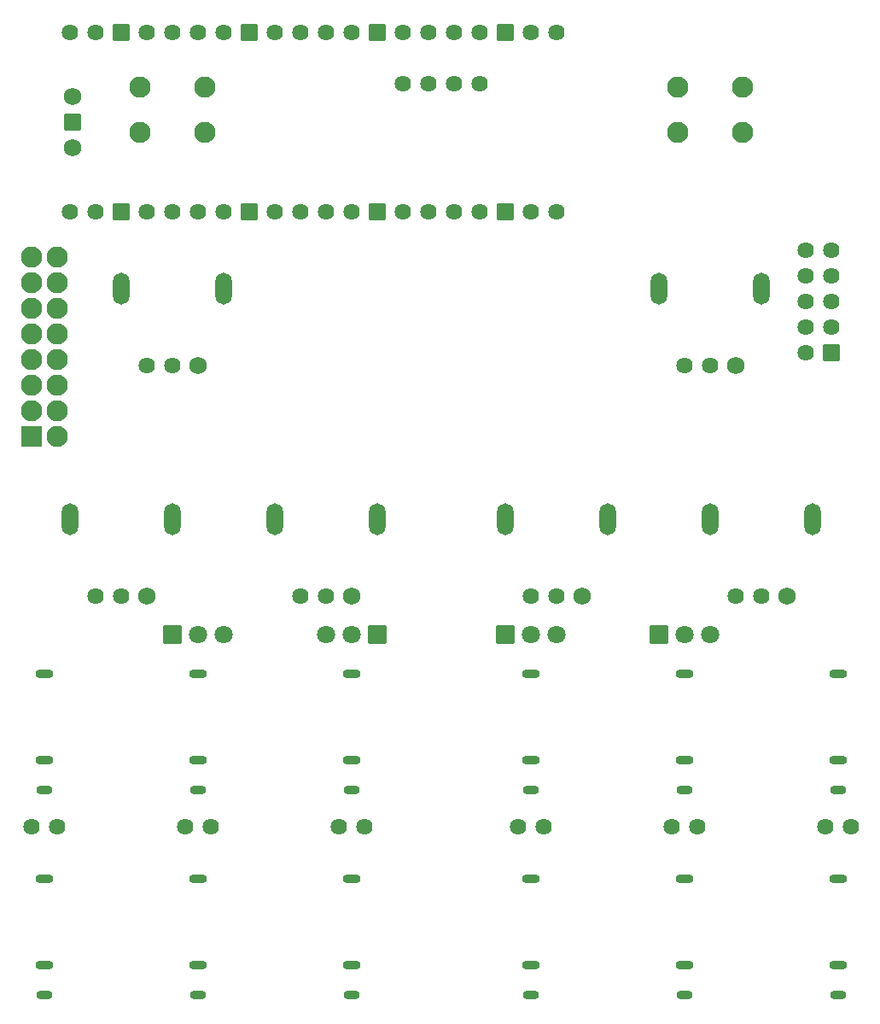
<source format=gbs>
G04 Layer: BottomSolderMaskLayer*
G04 EasyEDA v6.5.14, 2022-08-24 14:40:41*
G04 9da48f2711ed4ad3adc4a7d986b87d78,bf633cf64d8a430dba0ab8f24d4e683d,10*
G04 Gerber Generator version 0.2*
G04 Scale: 100 percent, Rotated: No, Reflected: No *
G04 Dimensions in millimeters *
G04 leading zeros omitted , absolute positions ,4 integer and 5 decimal *
%FSLAX45Y45*%
%MOMM*%

%AMMACRO1*1,1,$1,$2,$3*1,1,$1,$4,$5*1,1,$1,0-$2,0-$3*1,1,$1,0-$4,0-$5*20,1,$1,$2,$3,$4,$5,0*20,1,$1,$4,$5,0-$2,0-$3,0*20,1,$1,0-$2,0-$3,0-$4,0-$5,0*20,1,$1,0-$4,0-$5,$2,$3,0*4,1,4,$2,$3,$4,$5,0-$2,0-$3,0-$4,0-$5,$2,$3,0*%
%ADD10O,1.7999964X0.8999982*%
%ADD11O,1.5999968X0.8999982*%
%ADD12C,1.6256*%
%ADD13C,1.7272*%
%ADD14O,1.651X3.175*%
%ADD15C,2.1016*%
%ADD16MACRO1,0.1016X-1X-1X-1X1*%
%ADD17MACRO1,0.1X-0.85X0.85X0.85X0.85*%
%ADD18C,1.8000*%
%ADD19MACRO1,0.1016X-0.762X-0.762X-0.762X0.762*%
%ADD20MACRO1,0.1X0.85X-0.85X-0.85X-0.85*%
%ADD21MACRO1,0.1016X0.762X0.762X0.762X-0.762*%

%LPD*%
D10*
G01*
X508000Y-8644001D03*
G01*
X508000Y-9493986D03*
D11*
G01*
X508000Y-9794011D03*
D10*
G01*
X2032000Y-8644001D03*
G01*
X2032000Y-9493986D03*
D11*
G01*
X2032000Y-9794011D03*
D10*
G01*
X3556000Y-8644001D03*
G01*
X3556000Y-9493986D03*
D11*
G01*
X3556000Y-9794011D03*
D10*
G01*
X5334000Y-8644001D03*
G01*
X5334000Y-9493986D03*
D11*
G01*
X5334000Y-9794011D03*
D12*
G01*
X635000Y-8128000D03*
G01*
X381000Y-8128000D03*
G01*
X2159000Y-8128000D03*
G01*
X1905000Y-8128000D03*
G01*
X3683000Y-8128000D03*
G01*
X3429000Y-8128000D03*
G01*
X5461000Y-8128000D03*
G01*
X5207000Y-8128000D03*
G01*
X6985000Y-8128000D03*
G01*
X6731000Y-8128000D03*
G01*
X8509000Y-8128000D03*
G01*
X8255000Y-8128000D03*
D13*
G01*
X1524000Y-5842000D03*
D12*
G01*
X1270000Y-5842000D03*
G01*
X1016000Y-5842000D03*
D14*
G01*
X762000Y-5080000D03*
G01*
X1778000Y-5080000D03*
D13*
G01*
X3556000Y-5842000D03*
D12*
G01*
X3302000Y-5842000D03*
G01*
X3048000Y-5842000D03*
D14*
G01*
X2794000Y-5080000D03*
G01*
X3810000Y-5080000D03*
D13*
G01*
X5842000Y-5842000D03*
D12*
G01*
X5588000Y-5842000D03*
G01*
X5334000Y-5842000D03*
D14*
G01*
X5080000Y-5080000D03*
G01*
X6096000Y-5080000D03*
D13*
G01*
X7874000Y-5842000D03*
D12*
G01*
X7620000Y-5842000D03*
G01*
X7366000Y-5842000D03*
D14*
G01*
X7112000Y-5080000D03*
G01*
X8128000Y-5080000D03*
D15*
G01*
X2102993Y-1240993D03*
G01*
X1453006Y-1240993D03*
G01*
X1453006Y-791006D03*
G01*
X2102993Y-791006D03*
G01*
X7436993Y-1240993D03*
G01*
X6787006Y-1240993D03*
G01*
X6787006Y-791006D03*
G01*
X7436993Y-791006D03*
D10*
G01*
X508000Y-6612001D03*
G01*
X508000Y-7461986D03*
D11*
G01*
X508000Y-7762011D03*
D10*
G01*
X8382000Y-6612001D03*
G01*
X8382000Y-7461986D03*
D11*
G01*
X8382000Y-7762011D03*
D10*
G01*
X2032000Y-6612001D03*
G01*
X2032000Y-7461986D03*
D11*
G01*
X2032000Y-7762011D03*
D10*
G01*
X3556000Y-6612001D03*
G01*
X3556000Y-7461986D03*
D11*
G01*
X3556000Y-7762011D03*
D10*
G01*
X5334000Y-6612001D03*
G01*
X5334000Y-7461986D03*
D11*
G01*
X5334000Y-7762011D03*
D10*
G01*
X6858000Y-6612001D03*
G01*
X6858000Y-7461986D03*
D11*
G01*
X6858000Y-7762011D03*
D10*
G01*
X8382000Y-8644001D03*
G01*
X8382000Y-9493986D03*
D11*
G01*
X8382000Y-9794011D03*
D10*
G01*
X6858000Y-8644001D03*
G01*
X6858000Y-9493986D03*
D11*
G01*
X6858000Y-9794011D03*
D13*
G01*
X2032000Y-3556000D03*
D12*
G01*
X1778000Y-3556000D03*
G01*
X1524000Y-3556000D03*
D14*
G01*
X1270000Y-2794000D03*
G01*
X2286000Y-2794000D03*
D13*
G01*
X7366000Y-3556000D03*
D12*
G01*
X7112000Y-3556000D03*
G01*
X6858000Y-3556000D03*
D14*
G01*
X6604000Y-2794000D03*
G01*
X7620000Y-2794000D03*
D12*
G01*
X4826000Y-762000D03*
G01*
X4572000Y-762000D03*
G01*
X4318000Y-762000D03*
G01*
X4064000Y-762000D03*
D15*
G01*
X635000Y-2476500D03*
G01*
X381000Y-2476500D03*
G01*
X635000Y-2730500D03*
G01*
X381000Y-2730500D03*
G01*
X635000Y-2984500D03*
G01*
X381000Y-2984500D03*
G01*
X635000Y-3238500D03*
G01*
X381000Y-3238500D03*
G01*
X635000Y-3492500D03*
G01*
X381000Y-3492500D03*
G01*
X635000Y-3746500D03*
G01*
X381000Y-3746500D03*
G01*
X635000Y-4000500D03*
G01*
X381000Y-4000500D03*
G01*
X635000Y-4254500D03*
D16*
G01*
X381000Y-4254500D03*
D17*
G01*
X6604000Y-6223000D03*
D18*
G01*
X6858000Y-6223000D03*
G01*
X7112000Y-6223000D03*
D19*
G01*
X8318627Y-3428847D03*
D12*
G01*
X8064372Y-3429101D03*
G01*
X8318525Y-3174898D03*
G01*
X8064372Y-3175101D03*
G01*
X8318525Y-2920898D03*
G01*
X8064372Y-2921101D03*
G01*
X8318525Y-2666898D03*
G01*
X8064372Y-2667101D03*
G01*
X8318525Y-2412898D03*
G01*
X8064372Y-2413101D03*
D17*
G01*
X1778000Y-6223000D03*
D18*
G01*
X2032000Y-6223000D03*
G01*
X2286000Y-6223000D03*
D20*
G01*
X3810000Y-6223000D03*
D18*
G01*
X3556000Y-6223000D03*
G01*
X3302000Y-6223000D03*
D17*
G01*
X5080000Y-6223000D03*
D18*
G01*
X5334000Y-6223000D03*
G01*
X5588000Y-6223000D03*
D12*
G01*
X5588000Y-254000D03*
G01*
X5334000Y-254000D03*
D21*
G01*
X5080000Y-254000D03*
G01*
X1270000Y-254000D03*
D12*
G01*
X1016000Y-254000D03*
G01*
X762000Y-254000D03*
G01*
X762000Y-2032000D03*
G01*
X1016000Y-2032000D03*
D21*
G01*
X1270000Y-2032000D03*
D12*
G01*
X1524000Y-2032000D03*
G01*
X1778000Y-2032000D03*
G01*
X2032000Y-2032000D03*
G01*
X2286000Y-2032000D03*
D21*
G01*
X2540000Y-2032000D03*
D12*
G01*
X2794000Y-2032000D03*
G01*
X3048000Y-2032000D03*
G01*
X3302000Y-2032000D03*
G01*
X3556000Y-2032000D03*
D21*
G01*
X3810000Y-2032000D03*
D12*
G01*
X4064000Y-2032000D03*
G01*
X4318000Y-2032000D03*
G01*
X4572000Y-2032000D03*
G01*
X4826000Y-2032000D03*
D21*
G01*
X5080000Y-2032000D03*
D12*
G01*
X5334000Y-2032000D03*
G01*
X5588000Y-2032000D03*
D13*
G01*
X784987Y-889000D03*
D21*
G01*
X784999Y-1143000D03*
D13*
G01*
X784987Y-1397000D03*
D12*
G01*
X4826000Y-254000D03*
G01*
X4572000Y-254000D03*
G01*
X4318000Y-254000D03*
G01*
X4064000Y-254000D03*
D21*
G01*
X3810000Y-254000D03*
D12*
G01*
X3556000Y-254000D03*
G01*
X3302000Y-254000D03*
G01*
X3048000Y-254000D03*
G01*
X2794000Y-254000D03*
D21*
G01*
X2540000Y-254000D03*
D12*
G01*
X2286000Y-254000D03*
G01*
X2032000Y-254000D03*
G01*
X1778000Y-254000D03*
G01*
X1524000Y-254000D03*
M02*

</source>
